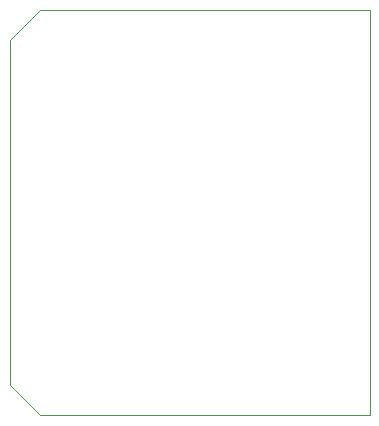
<source format=gm1>
G04 #@! TF.FileFunction,Profile,NP*
%FSLAX46Y46*%
G04 Gerber Fmt 4.6, Leading zero omitted, Abs format (unit mm)*
G04 Created by KiCad (PCBNEW 4.0.7-e2-6376~58~ubuntu17.04.1) date Wed Oct  4 03:32:47 2017*
%MOMM*%
%LPD*%
G01*
G04 APERTURE LIST*
%ADD10C,0.100000*%
G04 APERTURE END LIST*
D10*
X150495000Y-88900000D02*
X178435000Y-88900000D01*
X147955000Y-91440000D02*
X150495000Y-88900000D01*
X147955000Y-120650000D02*
X147955000Y-91440000D01*
X150495000Y-123190000D02*
X147955000Y-120650000D01*
X178435000Y-123190000D02*
X150495000Y-123190000D01*
X178435000Y-88900000D02*
X178435000Y-123190000D01*
M02*

</source>
